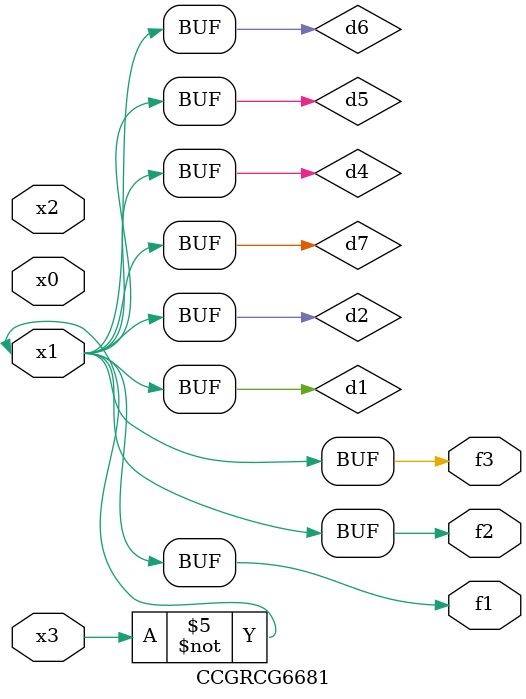
<source format=v>
module CCGRCG6681(
	input x0, x1, x2, x3,
	output f1, f2, f3
);

	wire d1, d2, d3, d4, d5, d6, d7;

	not (d1, x3);
	buf (d2, x1);
	xnor (d3, d1, d2);
	nor (d4, d1);
	buf (d5, d1, d2);
	buf (d6, d4, d5);
	nand (d7, d4);
	assign f1 = d6;
	assign f2 = d7;
	assign f3 = d6;
endmodule

</source>
